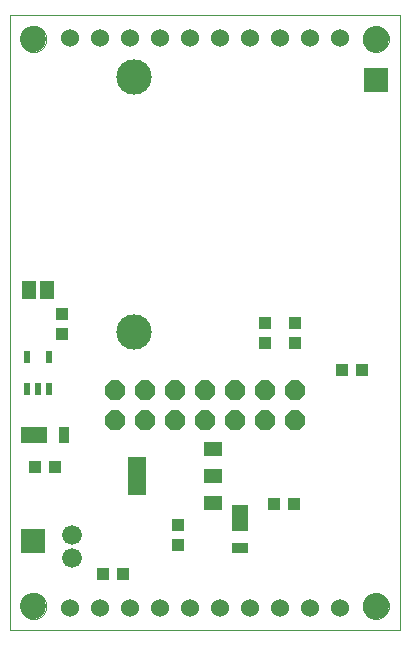
<source format=gbs>
G75*
G70*
%OFA0B0*%
%FSLAX24Y24*%
%IPPOS*%
%LPD*%
%AMOC8*
5,1,8,0,0,1.08239X$1,22.5*
%
%ADD10C,0.0000*%
%ADD11C,0.0866*%
%ADD12R,0.0787X0.0787*%
%ADD13R,0.0394X0.0433*%
%ADD14R,0.0433X0.0394*%
%ADD15OC8,0.0660*%
%ADD16C,0.0600*%
%ADD17R,0.0630X0.1299*%
%ADD18R,0.0630X0.0472*%
%ADD19C,0.0660*%
%ADD20R,0.0551X0.0866*%
%ADD21R,0.0551X0.0354*%
%ADD22R,0.0866X0.0551*%
%ADD23R,0.0354X0.0551*%
%ADD24R,0.0236X0.0413*%
%ADD25C,0.1181*%
%ADD26R,0.0460X0.0630*%
D10*
X000519Y000100D02*
X000519Y020572D01*
X013511Y020572D01*
X013511Y000100D01*
X000519Y000100D01*
X000873Y000887D02*
X000875Y000928D01*
X000881Y000969D01*
X000891Y001009D01*
X000904Y001048D01*
X000921Y001085D01*
X000942Y001121D01*
X000966Y001155D01*
X000993Y001186D01*
X001022Y001214D01*
X001055Y001240D01*
X001089Y001262D01*
X001126Y001281D01*
X001164Y001296D01*
X001204Y001308D01*
X001244Y001316D01*
X001285Y001320D01*
X001327Y001320D01*
X001368Y001316D01*
X001408Y001308D01*
X001448Y001296D01*
X001486Y001281D01*
X001522Y001262D01*
X001557Y001240D01*
X001590Y001214D01*
X001619Y001186D01*
X001646Y001155D01*
X001670Y001121D01*
X001691Y001085D01*
X001708Y001048D01*
X001721Y001009D01*
X001731Y000969D01*
X001737Y000928D01*
X001739Y000887D01*
X001737Y000846D01*
X001731Y000805D01*
X001721Y000765D01*
X001708Y000726D01*
X001691Y000689D01*
X001670Y000653D01*
X001646Y000619D01*
X001619Y000588D01*
X001590Y000560D01*
X001557Y000534D01*
X001523Y000512D01*
X001486Y000493D01*
X001448Y000478D01*
X001408Y000466D01*
X001368Y000458D01*
X001327Y000454D01*
X001285Y000454D01*
X001244Y000458D01*
X001204Y000466D01*
X001164Y000478D01*
X001126Y000493D01*
X001090Y000512D01*
X001055Y000534D01*
X001022Y000560D01*
X000993Y000588D01*
X000966Y000619D01*
X000942Y000653D01*
X000921Y000689D01*
X000904Y000726D01*
X000891Y000765D01*
X000881Y000805D01*
X000875Y000846D01*
X000873Y000887D01*
X012290Y000887D02*
X012292Y000928D01*
X012298Y000969D01*
X012308Y001009D01*
X012321Y001048D01*
X012338Y001085D01*
X012359Y001121D01*
X012383Y001155D01*
X012410Y001186D01*
X012439Y001214D01*
X012472Y001240D01*
X012506Y001262D01*
X012543Y001281D01*
X012581Y001296D01*
X012621Y001308D01*
X012661Y001316D01*
X012702Y001320D01*
X012744Y001320D01*
X012785Y001316D01*
X012825Y001308D01*
X012865Y001296D01*
X012903Y001281D01*
X012939Y001262D01*
X012974Y001240D01*
X013007Y001214D01*
X013036Y001186D01*
X013063Y001155D01*
X013087Y001121D01*
X013108Y001085D01*
X013125Y001048D01*
X013138Y001009D01*
X013148Y000969D01*
X013154Y000928D01*
X013156Y000887D01*
X013154Y000846D01*
X013148Y000805D01*
X013138Y000765D01*
X013125Y000726D01*
X013108Y000689D01*
X013087Y000653D01*
X013063Y000619D01*
X013036Y000588D01*
X013007Y000560D01*
X012974Y000534D01*
X012940Y000512D01*
X012903Y000493D01*
X012865Y000478D01*
X012825Y000466D01*
X012785Y000458D01*
X012744Y000454D01*
X012702Y000454D01*
X012661Y000458D01*
X012621Y000466D01*
X012581Y000478D01*
X012543Y000493D01*
X012507Y000512D01*
X012472Y000534D01*
X012439Y000560D01*
X012410Y000588D01*
X012383Y000619D01*
X012359Y000653D01*
X012338Y000689D01*
X012321Y000726D01*
X012308Y000765D01*
X012298Y000805D01*
X012292Y000846D01*
X012290Y000887D01*
X012290Y019785D02*
X012292Y019826D01*
X012298Y019867D01*
X012308Y019907D01*
X012321Y019946D01*
X012338Y019983D01*
X012359Y020019D01*
X012383Y020053D01*
X012410Y020084D01*
X012439Y020112D01*
X012472Y020138D01*
X012506Y020160D01*
X012543Y020179D01*
X012581Y020194D01*
X012621Y020206D01*
X012661Y020214D01*
X012702Y020218D01*
X012744Y020218D01*
X012785Y020214D01*
X012825Y020206D01*
X012865Y020194D01*
X012903Y020179D01*
X012939Y020160D01*
X012974Y020138D01*
X013007Y020112D01*
X013036Y020084D01*
X013063Y020053D01*
X013087Y020019D01*
X013108Y019983D01*
X013125Y019946D01*
X013138Y019907D01*
X013148Y019867D01*
X013154Y019826D01*
X013156Y019785D01*
X013154Y019744D01*
X013148Y019703D01*
X013138Y019663D01*
X013125Y019624D01*
X013108Y019587D01*
X013087Y019551D01*
X013063Y019517D01*
X013036Y019486D01*
X013007Y019458D01*
X012974Y019432D01*
X012940Y019410D01*
X012903Y019391D01*
X012865Y019376D01*
X012825Y019364D01*
X012785Y019356D01*
X012744Y019352D01*
X012702Y019352D01*
X012661Y019356D01*
X012621Y019364D01*
X012581Y019376D01*
X012543Y019391D01*
X012507Y019410D01*
X012472Y019432D01*
X012439Y019458D01*
X012410Y019486D01*
X012383Y019517D01*
X012359Y019551D01*
X012338Y019587D01*
X012321Y019624D01*
X012308Y019663D01*
X012298Y019703D01*
X012292Y019744D01*
X012290Y019785D01*
X000873Y019785D02*
X000875Y019826D01*
X000881Y019867D01*
X000891Y019907D01*
X000904Y019946D01*
X000921Y019983D01*
X000942Y020019D01*
X000966Y020053D01*
X000993Y020084D01*
X001022Y020112D01*
X001055Y020138D01*
X001089Y020160D01*
X001126Y020179D01*
X001164Y020194D01*
X001204Y020206D01*
X001244Y020214D01*
X001285Y020218D01*
X001327Y020218D01*
X001368Y020214D01*
X001408Y020206D01*
X001448Y020194D01*
X001486Y020179D01*
X001522Y020160D01*
X001557Y020138D01*
X001590Y020112D01*
X001619Y020084D01*
X001646Y020053D01*
X001670Y020019D01*
X001691Y019983D01*
X001708Y019946D01*
X001721Y019907D01*
X001731Y019867D01*
X001737Y019826D01*
X001739Y019785D01*
X001737Y019744D01*
X001731Y019703D01*
X001721Y019663D01*
X001708Y019624D01*
X001691Y019587D01*
X001670Y019551D01*
X001646Y019517D01*
X001619Y019486D01*
X001590Y019458D01*
X001557Y019432D01*
X001523Y019410D01*
X001486Y019391D01*
X001448Y019376D01*
X001408Y019364D01*
X001368Y019356D01*
X001327Y019352D01*
X001285Y019352D01*
X001244Y019356D01*
X001204Y019364D01*
X001164Y019376D01*
X001126Y019391D01*
X001090Y019410D01*
X001055Y019432D01*
X001022Y019458D01*
X000993Y019486D01*
X000966Y019517D01*
X000942Y019551D01*
X000921Y019587D01*
X000904Y019624D01*
X000891Y019663D01*
X000881Y019703D01*
X000875Y019744D01*
X000873Y019785D01*
D11*
X001306Y019785D03*
X012723Y019785D03*
X012723Y000887D03*
X001306Y000887D03*
D12*
X001306Y003053D03*
X012723Y018407D03*
D13*
X012271Y008761D03*
X011601Y008761D03*
X006129Y003584D03*
X006129Y002915D03*
X002267Y009962D03*
X002267Y010631D03*
D14*
X002034Y005513D03*
X001365Y005513D03*
X003629Y001970D03*
X004298Y001970D03*
X009338Y004273D03*
X010007Y004273D03*
X010027Y009647D03*
X010027Y010317D03*
X009042Y010317D03*
X009042Y009647D03*
D15*
X009031Y008080D03*
X009031Y007080D03*
X010031Y007080D03*
X010031Y008080D03*
X008031Y008080D03*
X008031Y007080D03*
X007031Y007080D03*
X007031Y008080D03*
X006031Y008080D03*
X006031Y007080D03*
X005031Y007080D03*
X005031Y008080D03*
X004031Y008080D03*
X004031Y007080D03*
D16*
X004515Y000836D03*
X005515Y000836D03*
X006515Y000836D03*
X007515Y000836D03*
X008515Y000836D03*
X009515Y000836D03*
X010515Y000836D03*
X011515Y000836D03*
X003515Y000836D03*
X002515Y000836D03*
X002515Y019836D03*
X003515Y019836D03*
X004515Y019836D03*
X005515Y019836D03*
X006515Y019836D03*
X007515Y019836D03*
X008515Y019836D03*
X009515Y019836D03*
X010515Y019836D03*
X011515Y019836D03*
D17*
X004771Y005218D03*
D18*
X007290Y005218D03*
X007290Y006124D03*
X007290Y004313D03*
D19*
X002595Y003269D03*
X002595Y002482D03*
D20*
X008196Y003820D03*
D21*
X008196Y002817D03*
D22*
X001326Y006596D03*
D23*
X002330Y006596D03*
D24*
X001838Y008112D03*
X001464Y008112D03*
X001090Y008112D03*
X001090Y009175D03*
X001838Y009175D03*
D25*
X004653Y010021D03*
X004653Y018525D03*
D26*
X001764Y011419D03*
X001164Y011419D03*
M02*

</source>
